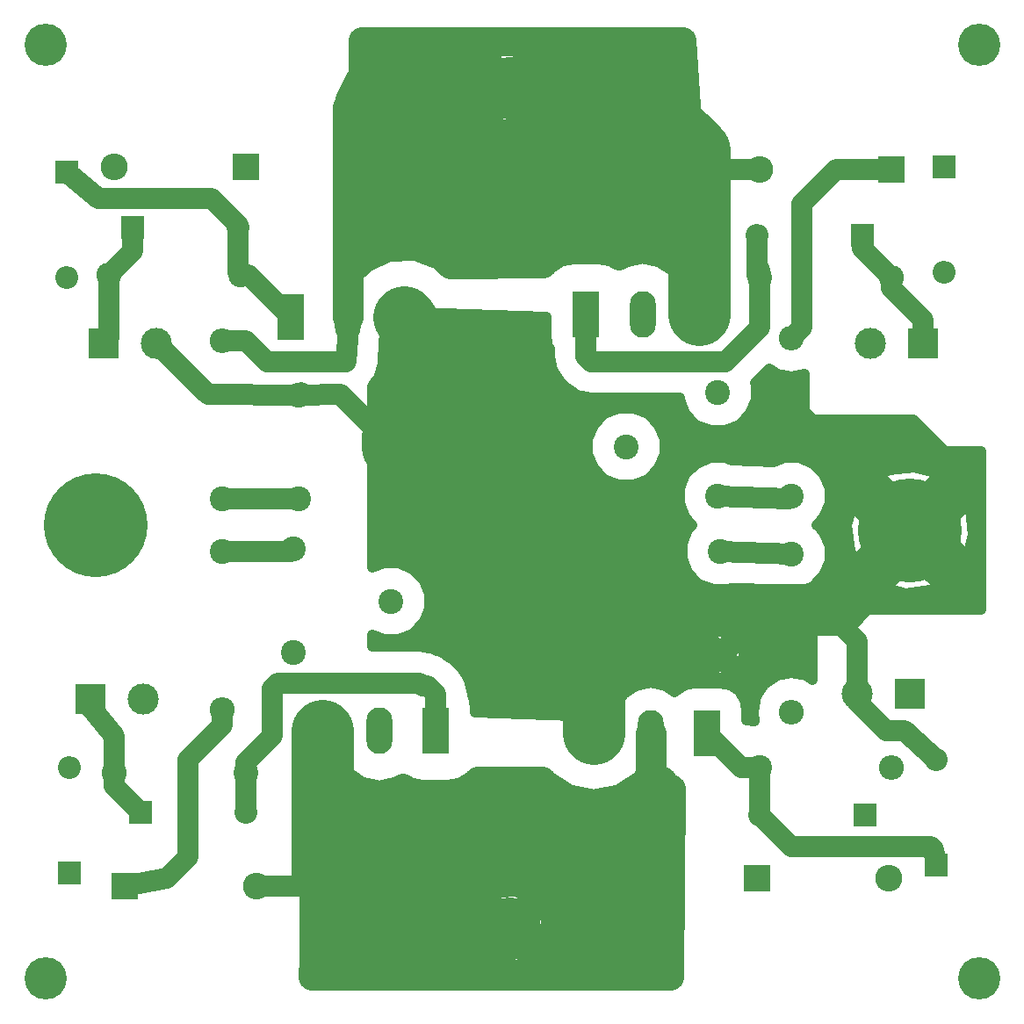
<source format=gbr>
G04 #@! TF.FileFunction,Copper,L1,Top,Signal*
%FSLAX46Y46*%
G04 Gerber Fmt 4.6, Leading zero omitted, Abs format (unit mm)*
G04 Created by KiCad (PCBNEW 4.0.7) date 07/12/19 11:42:16*
%MOMM*%
%LPD*%
G01*
G04 APERTURE LIST*
%ADD10C,0.100000*%
%ADD11R,2.500000X4.500000*%
%ADD12O,2.500000X4.500000*%
%ADD13C,2.400000*%
%ADD14R,3.000000X3.000000*%
%ADD15C,3.000000*%
%ADD16C,5.100000*%
%ADD17C,10.000000*%
%ADD18O,2.400000X2.400000*%
%ADD19C,4.064000*%
%ADD20R,2.200000X2.200000*%
%ADD21O,2.200000X2.200000*%
%ADD22R,2.600000X2.600000*%
%ADD23O,2.600000X2.600000*%
%ADD24C,2.000000*%
%ADD25C,3.000000*%
%ADD26C,6.000000*%
%ADD27C,5.000000*%
%ADD28C,1.000000*%
%ADD29C,4.000000*%
%ADD30C,2.500000*%
G04 APERTURE END LIST*
D10*
D11*
X113792000Y-116332000D03*
D12*
X108342000Y-116332000D03*
X102892000Y-116332000D03*
D13*
X114808000Y-93472000D03*
X114808000Y-83472000D03*
X105988000Y-88718000D03*
X83488000Y-88718000D03*
X74422000Y-93726000D03*
X74422000Y-83726000D03*
X83312000Y-103632000D03*
X105812000Y-103632000D03*
X73914000Y-98552000D03*
X73914000Y-108552000D03*
X115062000Y-98806000D03*
X115062000Y-108806000D03*
D14*
X134620000Y-78740000D03*
D15*
X129540000Y-78740000D03*
D14*
X55626000Y-78740000D03*
D15*
X60706000Y-78740000D03*
D16*
X94742000Y-54102000D03*
D14*
X54356000Y-113030000D03*
D15*
X59436000Y-113030000D03*
D14*
X133350000Y-112522000D03*
D15*
X128270000Y-112522000D03*
D16*
X94742000Y-135191500D03*
D17*
X133350000Y-96774000D03*
X54864000Y-96266000D03*
D11*
X102108000Y-75946000D03*
D12*
X107558000Y-75946000D03*
X113008000Y-75946000D03*
D11*
X73660000Y-76200000D03*
D12*
X79110000Y-76200000D03*
X84560000Y-76200000D03*
D11*
X87630000Y-116078000D03*
D12*
X82180000Y-116078000D03*
X76730000Y-116078000D03*
D13*
X121920000Y-93472000D03*
D18*
X121920000Y-78232000D03*
D13*
X67056000Y-93726000D03*
D18*
X67056000Y-78486000D03*
D13*
X67056000Y-98806000D03*
D18*
X67056000Y-114046000D03*
D13*
X121920000Y-99060000D03*
D18*
X121920000Y-114300000D03*
D19*
X50000000Y-50000000D03*
X140000000Y-50000000D03*
X50000000Y-140000000D03*
X140000000Y-140000000D03*
D20*
X52070000Y-62230000D03*
D21*
X52070000Y-72390000D03*
D20*
X135890000Y-129032000D03*
D21*
X135890000Y-118872000D03*
D20*
X52324000Y-129794000D03*
D21*
X52324000Y-119634000D03*
D20*
X136652000Y-61722000D03*
D21*
X136652000Y-71882000D03*
D20*
X128778000Y-68326000D03*
D21*
X118618000Y-68326000D03*
D20*
X58420000Y-67564000D03*
D21*
X68580000Y-67564000D03*
D20*
X129032000Y-124206000D03*
D21*
X118872000Y-124206000D03*
D13*
X118872000Y-72390000D03*
D18*
X131572000Y-72390000D03*
D13*
X68834000Y-72136000D03*
D18*
X56134000Y-72136000D03*
D13*
X118872000Y-119634000D03*
D18*
X131572000Y-119634000D03*
D20*
X59182000Y-123952000D03*
D21*
X69342000Y-123952000D03*
D13*
X69342000Y-120142000D03*
D18*
X56642000Y-120142000D03*
D22*
X131572000Y-61976000D03*
D23*
X118872000Y-61976000D03*
D22*
X69342000Y-61722000D03*
D23*
X56642000Y-61722000D03*
D22*
X57658000Y-131064000D03*
D23*
X70358000Y-131064000D03*
D22*
X118618000Y-130302000D03*
D23*
X131318000Y-130302000D03*
D24*
X114808000Y-93472000D02*
X121674000Y-93718000D01*
X121674000Y-93718000D02*
X121920000Y-93472000D01*
X118872000Y-61976000D02*
X114300000Y-61976000D01*
X114300000Y-61976000D02*
X113008000Y-63268000D01*
D25*
X79110000Y-76200000D02*
X79110000Y-56018000D01*
X79110000Y-56018000D02*
X81280000Y-53848000D01*
X81280000Y-53848000D02*
X93980000Y-54864000D01*
X93980000Y-54864000D02*
X94742000Y-54102000D01*
D26*
X113008000Y-67796000D02*
X113008000Y-63268000D01*
X113008000Y-63268000D02*
X113008000Y-60474000D01*
X113008000Y-60474000D02*
X113008000Y-60176000D01*
X113008000Y-75946000D02*
X113008000Y-67796000D01*
X113008000Y-60176000D02*
X105918000Y-53086000D01*
X105918000Y-53086000D02*
X94742000Y-54102000D01*
D24*
X67056000Y-78486000D02*
X69342000Y-78486000D01*
X69342000Y-78486000D02*
X71374000Y-80518000D01*
X71374000Y-80518000D02*
X78994000Y-80518000D01*
X78994000Y-80518000D02*
X79110000Y-78370000D01*
X79110000Y-78370000D02*
X79110000Y-76200000D01*
X57658000Y-131064000D02*
X61722000Y-130302000D01*
X67056000Y-115570000D02*
X67056000Y-114046000D01*
X63754000Y-118872000D02*
X67056000Y-115570000D01*
X63754000Y-128270000D02*
X63754000Y-118872000D01*
X61722000Y-130302000D02*
X63754000Y-128270000D01*
X131572000Y-61976000D02*
X126238000Y-61976000D01*
X122936000Y-77216000D02*
X121920000Y-78232000D01*
X122936000Y-65278000D02*
X122936000Y-77216000D01*
X126238000Y-61976000D02*
X122936000Y-65278000D01*
X122682000Y-77470000D02*
X121920000Y-78232000D01*
D27*
X133540500Y-96774000D02*
X137795000Y-101028500D01*
X133350000Y-96774000D02*
X133540500Y-96774000D01*
X133540500Y-96774000D02*
X137604500Y-92710000D01*
X132905500Y-96774000D02*
X129286000Y-93154500D01*
X133350000Y-96774000D02*
X132905500Y-96774000D01*
D24*
X74422000Y-83726000D02*
X65684000Y-83718000D01*
X65684000Y-83718000D02*
X60706000Y-78740000D01*
X128270000Y-112522000D02*
X128270000Y-113284000D01*
X128270000Y-113284000D02*
X131064000Y-116078000D01*
X132842000Y-116078000D02*
X135890000Y-118872000D01*
X131064000Y-116078000D02*
X132842000Y-116078000D01*
X128270000Y-112522000D02*
X128270000Y-107442000D01*
X128270000Y-107442000D02*
X125222000Y-104394000D01*
D26*
X102892000Y-116332000D02*
X102892000Y-106404000D01*
X102892000Y-106404000D02*
X105664000Y-103632000D01*
X105664000Y-103632000D02*
X105812000Y-103632000D01*
D28*
X115062000Y-108806000D02*
X104808000Y-109060000D01*
X104808000Y-109060000D02*
X101368000Y-112500000D01*
X101368000Y-112500000D02*
X102892000Y-116332000D01*
D24*
X74422000Y-83726000D02*
X78488000Y-83718000D01*
X78488000Y-83718000D02*
X83488000Y-88718000D01*
D26*
X83488000Y-88718000D02*
X83488000Y-87708000D01*
X83488000Y-87708000D02*
X88878000Y-82318000D01*
X88878000Y-82318000D02*
X84560000Y-76200000D01*
X105664000Y-103632000D02*
X105812000Y-103632000D01*
X105812000Y-103632000D02*
X101600000Y-103632000D01*
X86686000Y-88718000D02*
X83488000Y-88718000D01*
X101600000Y-103632000D02*
X86686000Y-88718000D01*
D27*
X105812000Y-103632000D02*
X108458000Y-103632000D01*
X108458000Y-103632000D02*
X109220000Y-104394000D01*
X109220000Y-104394000D02*
X125222000Y-104394000D01*
X125222000Y-104394000D02*
X126492000Y-104394000D01*
X126492000Y-104394000D02*
X133350000Y-96774000D01*
D29*
X105410000Y-103632000D02*
X105812000Y-103632000D01*
D24*
X74642000Y-83506000D02*
X74422000Y-83726000D01*
D28*
X74422000Y-83066000D02*
X74422000Y-83726000D01*
D24*
X115316000Y-109060000D02*
X115062000Y-108806000D01*
X74422000Y-93726000D02*
X67064000Y-93718000D01*
X67064000Y-93718000D02*
X67056000Y-93726000D01*
X67064000Y-93718000D02*
X67056000Y-93726000D01*
X67056000Y-98806000D02*
X73660000Y-98806000D01*
X73660000Y-98806000D02*
X73914000Y-98552000D01*
X70358000Y-131064000D02*
X75692000Y-131064000D01*
X75692000Y-131064000D02*
X76730000Y-130026000D01*
D25*
X94996000Y-135445500D02*
X94742000Y-135191500D01*
X102362000Y-137668000D02*
X94996000Y-135445500D01*
X108342000Y-131688000D02*
X102362000Y-137668000D01*
X108342000Y-116332000D02*
X108342000Y-131688000D01*
D26*
X84118000Y-137414000D02*
X94742000Y-135191500D01*
X76730000Y-130026000D02*
X84118000Y-137414000D01*
X76730000Y-116078000D02*
X76730000Y-130026000D01*
D28*
X121920000Y-114300000D02*
X121920000Y-114554000D01*
D24*
X121920000Y-99060000D02*
X115062000Y-98806000D01*
X128778000Y-68326000D02*
X128778000Y-69596000D01*
X128778000Y-69596000D02*
X131572000Y-72390000D01*
X131572000Y-72390000D02*
X131572000Y-73406000D01*
X131572000Y-73406000D02*
X134620000Y-76454000D01*
X134620000Y-76454000D02*
X134620000Y-78740000D01*
X118618000Y-68326000D02*
X118618000Y-72136000D01*
X118618000Y-72136000D02*
X118872000Y-72390000D01*
X118872000Y-72390000D02*
X118872000Y-71628000D01*
X118872000Y-72390000D02*
X118872000Y-77216000D01*
X102108000Y-80010000D02*
X102108000Y-75946000D01*
X102616000Y-80518000D02*
X102108000Y-80010000D01*
X115570000Y-80518000D02*
X102616000Y-80518000D01*
X118872000Y-77216000D02*
X115570000Y-80518000D01*
D28*
X101600000Y-76454000D02*
X102108000Y-75946000D01*
X102362000Y-75692000D02*
X102108000Y-75946000D01*
D24*
X56134000Y-72136000D02*
X56134000Y-78232000D01*
X56134000Y-78232000D02*
X55626000Y-78740000D01*
X58420000Y-67564000D02*
X58420000Y-69850000D01*
X58420000Y-69850000D02*
X56134000Y-72136000D01*
X68580000Y-67564000D02*
X68580000Y-67310000D01*
X68580000Y-67310000D02*
X66040000Y-64770000D01*
X55118000Y-64770000D02*
X52070000Y-62230000D01*
X66040000Y-64770000D02*
X55118000Y-64770000D01*
X68580000Y-67564000D02*
X68580000Y-71882000D01*
X68580000Y-71882000D02*
X68834000Y-72136000D01*
X68834000Y-72136000D02*
X69596000Y-72136000D01*
X69596000Y-72136000D02*
X73660000Y-76200000D01*
D28*
X72898000Y-76454000D02*
X73660000Y-76200000D01*
D24*
X56642000Y-120142000D02*
X56642000Y-121412000D01*
X56642000Y-121412000D02*
X59182000Y-123952000D01*
X54356000Y-113030000D02*
X54356000Y-113792000D01*
X54356000Y-113792000D02*
X56642000Y-116586000D01*
X56642000Y-116586000D02*
X56642000Y-120142000D01*
X54356000Y-113030000D02*
X54356000Y-113284000D01*
X69342000Y-120142000D02*
X69342000Y-119126000D01*
X69342000Y-119126000D02*
X71882000Y-116586000D01*
X71882000Y-116586000D02*
X71882000Y-113792000D01*
X69342000Y-120142000D02*
X69342000Y-123952000D01*
X87630000Y-112522000D02*
X87630000Y-116078000D01*
X86868000Y-111760000D02*
X87630000Y-112522000D01*
X86360000Y-111760000D02*
X86868000Y-111760000D01*
X86106000Y-111506000D02*
X86360000Y-111760000D01*
X72390000Y-111506000D02*
X86106000Y-111506000D01*
X71882000Y-112014000D02*
X72390000Y-111506000D01*
X71882000Y-113792000D02*
X71882000Y-112014000D01*
D28*
X87376000Y-115824000D02*
X87630000Y-116078000D01*
X87376000Y-115824000D02*
X87630000Y-116078000D01*
X87122000Y-115570000D02*
X87630000Y-116078000D01*
D24*
X135890000Y-129032000D02*
X135636000Y-127508000D01*
X121920000Y-127254000D02*
X118872000Y-124206000D01*
X135382000Y-127254000D02*
X121920000Y-127254000D01*
X135636000Y-127508000D02*
X135382000Y-127254000D01*
X118872000Y-119634000D02*
X117094000Y-119634000D01*
X117094000Y-119634000D02*
X113792000Y-116332000D01*
X118872000Y-124206000D02*
X118872000Y-119634000D01*
D28*
X113792000Y-115316000D02*
X113792000Y-116332000D01*
G36*
X98309023Y-76198598D02*
X98309023Y-78196000D01*
X98483345Y-79122444D01*
X98608000Y-79316163D01*
X98608000Y-80010000D01*
X98874422Y-81349392D01*
X99633126Y-82484874D01*
X100141124Y-82992871D01*
X100141126Y-82992874D01*
X100915061Y-83510000D01*
X101276608Y-83751578D01*
X102616000Y-84018000D01*
X111107522Y-84018000D01*
X111107359Y-84204747D01*
X111669464Y-85565143D01*
X112709382Y-86606878D01*
X114068796Y-87171356D01*
X115540747Y-87172641D01*
X116901143Y-86610536D01*
X117942878Y-85570618D01*
X118507356Y-84211204D01*
X118508641Y-82739253D01*
X118447198Y-82590550D01*
X119791219Y-81246529D01*
X120504071Y-81722841D01*
X121920000Y-82004487D01*
X123198000Y-81750277D01*
X123198000Y-85090000D01*
X123237393Y-85284528D01*
X123344447Y-85443553D01*
X123852447Y-85951553D01*
X124017854Y-86061250D01*
X124206000Y-86098000D01*
X133650894Y-86098000D01*
X136552447Y-88999553D01*
X136717854Y-89109250D01*
X136906000Y-89146000D01*
X140216000Y-89146000D01*
X140216000Y-104402000D01*
X124460000Y-104402000D01*
X124265472Y-104441393D01*
X124101596Y-104553365D01*
X123994195Y-104720271D01*
X123960000Y-104902000D01*
X123960000Y-111226150D01*
X123335929Y-110809159D01*
X121920000Y-110527513D01*
X120504071Y-110809159D01*
X119303705Y-111611218D01*
X118501646Y-112811584D01*
X118220000Y-114227513D01*
X118220000Y-114372487D01*
X118373827Y-115145829D01*
X117590977Y-115122938D01*
X117590977Y-114082000D01*
X117416655Y-113155556D01*
X116869127Y-112304673D01*
X116033695Y-111733846D01*
X115042000Y-111533023D01*
X112542000Y-111533023D01*
X111615556Y-111707345D01*
X110764673Y-112254873D01*
X110680506Y-112378056D01*
X109777063Y-111774394D01*
X108342000Y-111488942D01*
X106906937Y-111774394D01*
X105690350Y-112587292D01*
X104877452Y-113803879D01*
X104809777Y-114144102D01*
X104219219Y-113505240D01*
X103848733Y-113286706D01*
X103517000Y-113425849D01*
X103517000Y-114711419D01*
X102267000Y-114674869D01*
X102267000Y-113425849D01*
X101935267Y-113286706D01*
X101564781Y-113505240D01*
X100966739Y-114152198D01*
X100789850Y-114631677D01*
X91428977Y-114357968D01*
X91428977Y-113828000D01*
X91254655Y-112901556D01*
X91130000Y-112707837D01*
X91130000Y-112522005D01*
X91130001Y-112522000D01*
X90863578Y-111182608D01*
X90460119Y-110578787D01*
X114137741Y-110578787D01*
X114272017Y-110914100D01*
X115138886Y-111055944D01*
X115851983Y-110914100D01*
X115986259Y-110578787D01*
X115062000Y-109654528D01*
X114137741Y-110578787D01*
X90460119Y-110578787D01*
X90104874Y-110047126D01*
X89342874Y-109285126D01*
X88740879Y-108882886D01*
X112812056Y-108882886D01*
X112953900Y-109595983D01*
X113289213Y-109730259D01*
X114213472Y-108806000D01*
X115910528Y-108806000D01*
X116834787Y-109730259D01*
X117170100Y-109595983D01*
X117311944Y-108729114D01*
X117170100Y-108016017D01*
X116834787Y-107881741D01*
X115910528Y-108806000D01*
X114213472Y-108806000D01*
X113289213Y-107881741D01*
X112953900Y-108016017D01*
X112812056Y-108882886D01*
X88740879Y-108882886D01*
X88207392Y-108526422D01*
X87663666Y-108418268D01*
X87445392Y-108272422D01*
X86106000Y-108006000D01*
X81526000Y-108006000D01*
X81526000Y-106896688D01*
X82572796Y-107331356D01*
X84044747Y-107332641D01*
X84769417Y-107033213D01*
X114137741Y-107033213D01*
X115062000Y-107957472D01*
X115986259Y-107033213D01*
X115851983Y-106697900D01*
X114985114Y-106556056D01*
X114272017Y-106697900D01*
X114137741Y-107033213D01*
X84769417Y-107033213D01*
X85405143Y-106770536D01*
X86446878Y-105730618D01*
X86582174Y-105404787D01*
X104887741Y-105404787D01*
X105022017Y-105740100D01*
X105888886Y-105881944D01*
X106601983Y-105740100D01*
X106736259Y-105404787D01*
X105812000Y-104480528D01*
X104887741Y-105404787D01*
X86582174Y-105404787D01*
X87011356Y-104371204D01*
X87011934Y-103708886D01*
X103562056Y-103708886D01*
X103703900Y-104421983D01*
X104039213Y-104556259D01*
X104963472Y-103632000D01*
X106660528Y-103632000D01*
X107584787Y-104556259D01*
X107920100Y-104421983D01*
X108061944Y-103555114D01*
X107920100Y-102842017D01*
X107584787Y-102707741D01*
X106660528Y-103632000D01*
X104963472Y-103632000D01*
X104039213Y-102707741D01*
X103703900Y-102842017D01*
X103562056Y-103708886D01*
X87011934Y-103708886D01*
X87012641Y-102899253D01*
X86582905Y-101859213D01*
X104887741Y-101859213D01*
X105812000Y-102783472D01*
X106736259Y-101859213D01*
X106601983Y-101523900D01*
X105735114Y-101382056D01*
X105022017Y-101523900D01*
X104887741Y-101859213D01*
X86582905Y-101859213D01*
X86450536Y-101538857D01*
X85410618Y-100497122D01*
X84051204Y-99932644D01*
X82579253Y-99931359D01*
X81526000Y-100366555D01*
X81526000Y-94204747D01*
X111107359Y-94204747D01*
X111669464Y-95565143D01*
X112369187Y-96266088D01*
X111927122Y-96707382D01*
X111362644Y-98066796D01*
X111361359Y-99538747D01*
X111923464Y-100899143D01*
X112963382Y-101940878D01*
X114322796Y-102505356D01*
X115794747Y-102506641D01*
X116174781Y-102349614D01*
X120587632Y-102513053D01*
X121180796Y-102759356D01*
X122652747Y-102760641D01*
X124013143Y-102198536D01*
X124638962Y-101573808D01*
X129964406Y-101573808D01*
X130606719Y-102251104D01*
X132911536Y-102883992D01*
X135283105Y-102586690D01*
X136093281Y-102251104D01*
X136735594Y-101573808D01*
X133350000Y-98188214D01*
X129964406Y-101573808D01*
X124638962Y-101573808D01*
X125054878Y-101158618D01*
X125619356Y-99799204D01*
X125620641Y-98327253D01*
X125058536Y-96966857D01*
X124428317Y-96335536D01*
X127240008Y-96335536D01*
X127537310Y-98707105D01*
X127872896Y-99517281D01*
X128550192Y-100159594D01*
X131935786Y-96774000D01*
X134764214Y-96774000D01*
X138149808Y-100159594D01*
X138827104Y-99517281D01*
X139459992Y-97212464D01*
X139162690Y-94840895D01*
X138827104Y-94030719D01*
X138149808Y-93388406D01*
X134764214Y-96774000D01*
X131935786Y-96774000D01*
X128550192Y-93388406D01*
X127872896Y-94030719D01*
X127240008Y-96335536D01*
X124428317Y-96335536D01*
X124358592Y-96265690D01*
X125054878Y-95570618D01*
X125619356Y-94211204D01*
X125620641Y-92739253D01*
X125304524Y-91974192D01*
X129964406Y-91974192D01*
X133350000Y-95359786D01*
X136735594Y-91974192D01*
X136093281Y-91296896D01*
X133788464Y-90664008D01*
X131416895Y-90961310D01*
X130606719Y-91296896D01*
X129964406Y-91974192D01*
X125304524Y-91974192D01*
X125058536Y-91378857D01*
X124018618Y-90337122D01*
X122659204Y-89772644D01*
X121187253Y-89771359D01*
X120236394Y-90164246D01*
X116136530Y-90017353D01*
X115547204Y-89772644D01*
X114075253Y-89771359D01*
X112714857Y-90333464D01*
X111673122Y-91373382D01*
X111108644Y-92732796D01*
X111107359Y-94204747D01*
X81526000Y-94204747D01*
X81526000Y-90490787D01*
X82563741Y-90490787D01*
X82698017Y-90826100D01*
X83564886Y-90967944D01*
X84277983Y-90826100D01*
X84412259Y-90490787D01*
X83488000Y-89566528D01*
X82563741Y-90490787D01*
X81526000Y-90490787D01*
X81526000Y-89566489D01*
X81715213Y-89642259D01*
X82639472Y-88718000D01*
X84336528Y-88718000D01*
X85260787Y-89642259D01*
X85596100Y-89507983D01*
X85605465Y-89450747D01*
X102287359Y-89450747D01*
X102849464Y-90811143D01*
X103889382Y-91852878D01*
X105248796Y-92417356D01*
X106720747Y-92418641D01*
X108081143Y-91856536D01*
X109122878Y-90816618D01*
X109687356Y-89457204D01*
X109688641Y-87985253D01*
X109126536Y-86624857D01*
X108086618Y-85583122D01*
X106727204Y-85018644D01*
X105255253Y-85017359D01*
X103894857Y-85579464D01*
X102853122Y-86619382D01*
X102288644Y-87978796D01*
X102287359Y-89450747D01*
X85605465Y-89450747D01*
X85737944Y-88641114D01*
X85596100Y-87928017D01*
X85260787Y-87793741D01*
X84336528Y-88718000D01*
X82639472Y-88718000D01*
X81715213Y-87793741D01*
X81526000Y-87869511D01*
X81526000Y-86945213D01*
X82563741Y-86945213D01*
X83488000Y-87869472D01*
X84412259Y-86945213D01*
X84277983Y-86609900D01*
X83411114Y-86468056D01*
X82698017Y-86609900D01*
X82563741Y-86945213D01*
X81526000Y-86945213D01*
X81526000Y-82907379D01*
X81796770Y-82502142D01*
X82150646Y-82029814D01*
X82174368Y-81937026D01*
X82227578Y-81857392D01*
X82342720Y-81278534D01*
X82488907Y-80706738D01*
X82603665Y-78581741D01*
X82642223Y-78387898D01*
X83232781Y-79026760D01*
X83603267Y-79245294D01*
X83935000Y-79106151D01*
X83935000Y-77200000D01*
X85185000Y-77200000D01*
X85185000Y-79106151D01*
X85516733Y-79245294D01*
X85887219Y-79026760D01*
X86485261Y-78379802D01*
X86790200Y-77553229D01*
X86566000Y-77200000D01*
X85185000Y-77200000D01*
X83935000Y-77200000D01*
X83540000Y-77200000D01*
X83540000Y-75759044D01*
X98309023Y-76198598D01*
X98309023Y-76198598D01*
G37*
X98309023Y-76198598D02*
X98309023Y-78196000D01*
X98483345Y-79122444D01*
X98608000Y-79316163D01*
X98608000Y-80010000D01*
X98874422Y-81349392D01*
X99633126Y-82484874D01*
X100141124Y-82992871D01*
X100141126Y-82992874D01*
X100915061Y-83510000D01*
X101276608Y-83751578D01*
X102616000Y-84018000D01*
X111107522Y-84018000D01*
X111107359Y-84204747D01*
X111669464Y-85565143D01*
X112709382Y-86606878D01*
X114068796Y-87171356D01*
X115540747Y-87172641D01*
X116901143Y-86610536D01*
X117942878Y-85570618D01*
X118507356Y-84211204D01*
X118508641Y-82739253D01*
X118447198Y-82590550D01*
X119791219Y-81246529D01*
X120504071Y-81722841D01*
X121920000Y-82004487D01*
X123198000Y-81750277D01*
X123198000Y-85090000D01*
X123237393Y-85284528D01*
X123344447Y-85443553D01*
X123852447Y-85951553D01*
X124017854Y-86061250D01*
X124206000Y-86098000D01*
X133650894Y-86098000D01*
X136552447Y-88999553D01*
X136717854Y-89109250D01*
X136906000Y-89146000D01*
X140216000Y-89146000D01*
X140216000Y-104402000D01*
X124460000Y-104402000D01*
X124265472Y-104441393D01*
X124101596Y-104553365D01*
X123994195Y-104720271D01*
X123960000Y-104902000D01*
X123960000Y-111226150D01*
X123335929Y-110809159D01*
X121920000Y-110527513D01*
X120504071Y-110809159D01*
X119303705Y-111611218D01*
X118501646Y-112811584D01*
X118220000Y-114227513D01*
X118220000Y-114372487D01*
X118373827Y-115145829D01*
X117590977Y-115122938D01*
X117590977Y-114082000D01*
X117416655Y-113155556D01*
X116869127Y-112304673D01*
X116033695Y-111733846D01*
X115042000Y-111533023D01*
X112542000Y-111533023D01*
X111615556Y-111707345D01*
X110764673Y-112254873D01*
X110680506Y-112378056D01*
X109777063Y-111774394D01*
X108342000Y-111488942D01*
X106906937Y-111774394D01*
X105690350Y-112587292D01*
X104877452Y-113803879D01*
X104809777Y-114144102D01*
X104219219Y-113505240D01*
X103848733Y-113286706D01*
X103517000Y-113425849D01*
X103517000Y-114711419D01*
X102267000Y-114674869D01*
X102267000Y-113425849D01*
X101935267Y-113286706D01*
X101564781Y-113505240D01*
X100966739Y-114152198D01*
X100789850Y-114631677D01*
X91428977Y-114357968D01*
X91428977Y-113828000D01*
X91254655Y-112901556D01*
X91130000Y-112707837D01*
X91130000Y-112522005D01*
X91130001Y-112522000D01*
X90863578Y-111182608D01*
X90460119Y-110578787D01*
X114137741Y-110578787D01*
X114272017Y-110914100D01*
X115138886Y-111055944D01*
X115851983Y-110914100D01*
X115986259Y-110578787D01*
X115062000Y-109654528D01*
X114137741Y-110578787D01*
X90460119Y-110578787D01*
X90104874Y-110047126D01*
X89342874Y-109285126D01*
X88740879Y-108882886D01*
X112812056Y-108882886D01*
X112953900Y-109595983D01*
X113289213Y-109730259D01*
X114213472Y-108806000D01*
X115910528Y-108806000D01*
X116834787Y-109730259D01*
X117170100Y-109595983D01*
X117311944Y-108729114D01*
X117170100Y-108016017D01*
X116834787Y-107881741D01*
X115910528Y-108806000D01*
X114213472Y-108806000D01*
X113289213Y-107881741D01*
X112953900Y-108016017D01*
X112812056Y-108882886D01*
X88740879Y-108882886D01*
X88207392Y-108526422D01*
X87663666Y-108418268D01*
X87445392Y-108272422D01*
X86106000Y-108006000D01*
X81526000Y-108006000D01*
X81526000Y-106896688D01*
X82572796Y-107331356D01*
X84044747Y-107332641D01*
X84769417Y-107033213D01*
X114137741Y-107033213D01*
X115062000Y-107957472D01*
X115986259Y-107033213D01*
X115851983Y-106697900D01*
X114985114Y-106556056D01*
X114272017Y-106697900D01*
X114137741Y-107033213D01*
X84769417Y-107033213D01*
X85405143Y-106770536D01*
X86446878Y-105730618D01*
X86582174Y-105404787D01*
X104887741Y-105404787D01*
X105022017Y-105740100D01*
X105888886Y-105881944D01*
X106601983Y-105740100D01*
X106736259Y-105404787D01*
X105812000Y-104480528D01*
X104887741Y-105404787D01*
X86582174Y-105404787D01*
X87011356Y-104371204D01*
X87011934Y-103708886D01*
X103562056Y-103708886D01*
X103703900Y-104421983D01*
X104039213Y-104556259D01*
X104963472Y-103632000D01*
X106660528Y-103632000D01*
X107584787Y-104556259D01*
X107920100Y-104421983D01*
X108061944Y-103555114D01*
X107920100Y-102842017D01*
X107584787Y-102707741D01*
X106660528Y-103632000D01*
X104963472Y-103632000D01*
X104039213Y-102707741D01*
X103703900Y-102842017D01*
X103562056Y-103708886D01*
X87011934Y-103708886D01*
X87012641Y-102899253D01*
X86582905Y-101859213D01*
X104887741Y-101859213D01*
X105812000Y-102783472D01*
X106736259Y-101859213D01*
X106601983Y-101523900D01*
X105735114Y-101382056D01*
X105022017Y-101523900D01*
X104887741Y-101859213D01*
X86582905Y-101859213D01*
X86450536Y-101538857D01*
X85410618Y-100497122D01*
X84051204Y-99932644D01*
X82579253Y-99931359D01*
X81526000Y-100366555D01*
X81526000Y-94204747D01*
X111107359Y-94204747D01*
X111669464Y-95565143D01*
X112369187Y-96266088D01*
X111927122Y-96707382D01*
X111362644Y-98066796D01*
X111361359Y-99538747D01*
X111923464Y-100899143D01*
X112963382Y-101940878D01*
X114322796Y-102505356D01*
X115794747Y-102506641D01*
X116174781Y-102349614D01*
X120587632Y-102513053D01*
X121180796Y-102759356D01*
X122652747Y-102760641D01*
X124013143Y-102198536D01*
X124638962Y-101573808D01*
X129964406Y-101573808D01*
X130606719Y-102251104D01*
X132911536Y-102883992D01*
X135283105Y-102586690D01*
X136093281Y-102251104D01*
X136735594Y-101573808D01*
X133350000Y-98188214D01*
X129964406Y-101573808D01*
X124638962Y-101573808D01*
X125054878Y-101158618D01*
X125619356Y-99799204D01*
X125620641Y-98327253D01*
X125058536Y-96966857D01*
X124428317Y-96335536D01*
X127240008Y-96335536D01*
X127537310Y-98707105D01*
X127872896Y-99517281D01*
X128550192Y-100159594D01*
X131935786Y-96774000D01*
X134764214Y-96774000D01*
X138149808Y-100159594D01*
X138827104Y-99517281D01*
X139459992Y-97212464D01*
X139162690Y-94840895D01*
X138827104Y-94030719D01*
X138149808Y-93388406D01*
X134764214Y-96774000D01*
X131935786Y-96774000D01*
X128550192Y-93388406D01*
X127872896Y-94030719D01*
X127240008Y-96335536D01*
X124428317Y-96335536D01*
X124358592Y-96265690D01*
X125054878Y-95570618D01*
X125619356Y-94211204D01*
X125620641Y-92739253D01*
X125304524Y-91974192D01*
X129964406Y-91974192D01*
X133350000Y-95359786D01*
X136735594Y-91974192D01*
X136093281Y-91296896D01*
X133788464Y-90664008D01*
X131416895Y-90961310D01*
X130606719Y-91296896D01*
X129964406Y-91974192D01*
X125304524Y-91974192D01*
X125058536Y-91378857D01*
X124018618Y-90337122D01*
X122659204Y-89772644D01*
X121187253Y-89771359D01*
X120236394Y-90164246D01*
X116136530Y-90017353D01*
X115547204Y-89772644D01*
X114075253Y-89771359D01*
X112714857Y-90333464D01*
X111673122Y-91373382D01*
X111108644Y-92732796D01*
X111107359Y-94204747D01*
X81526000Y-94204747D01*
X81526000Y-90490787D01*
X82563741Y-90490787D01*
X82698017Y-90826100D01*
X83564886Y-90967944D01*
X84277983Y-90826100D01*
X84412259Y-90490787D01*
X83488000Y-89566528D01*
X82563741Y-90490787D01*
X81526000Y-90490787D01*
X81526000Y-89566489D01*
X81715213Y-89642259D01*
X82639472Y-88718000D01*
X84336528Y-88718000D01*
X85260787Y-89642259D01*
X85596100Y-89507983D01*
X85605465Y-89450747D01*
X102287359Y-89450747D01*
X102849464Y-90811143D01*
X103889382Y-91852878D01*
X105248796Y-92417356D01*
X106720747Y-92418641D01*
X108081143Y-91856536D01*
X109122878Y-90816618D01*
X109687356Y-89457204D01*
X109688641Y-87985253D01*
X109126536Y-86624857D01*
X108086618Y-85583122D01*
X106727204Y-85018644D01*
X105255253Y-85017359D01*
X103894857Y-85579464D01*
X102853122Y-86619382D01*
X102288644Y-87978796D01*
X102287359Y-89450747D01*
X85605465Y-89450747D01*
X85737944Y-88641114D01*
X85596100Y-87928017D01*
X85260787Y-87793741D01*
X84336528Y-88718000D01*
X82639472Y-88718000D01*
X81715213Y-87793741D01*
X81526000Y-87869511D01*
X81526000Y-86945213D01*
X82563741Y-86945213D01*
X83488000Y-87869472D01*
X84412259Y-86945213D01*
X84277983Y-86609900D01*
X83411114Y-86468056D01*
X82698017Y-86609900D01*
X82563741Y-86945213D01*
X81526000Y-86945213D01*
X81526000Y-82907379D01*
X81796770Y-82502142D01*
X82150646Y-82029814D01*
X82174368Y-81937026D01*
X82227578Y-81857392D01*
X82342720Y-81278534D01*
X82488907Y-80706738D01*
X82603665Y-78581741D01*
X82642223Y-78387898D01*
X83232781Y-79026760D01*
X83603267Y-79245294D01*
X83935000Y-79106151D01*
X83935000Y-77200000D01*
X85185000Y-77200000D01*
X85185000Y-79106151D01*
X85516733Y-79245294D01*
X85887219Y-79026760D01*
X86485261Y-78379802D01*
X86790200Y-77553229D01*
X86566000Y-77200000D01*
X85185000Y-77200000D01*
X83935000Y-77200000D01*
X83540000Y-77200000D01*
X83540000Y-75759044D01*
X98309023Y-76198598D01*
D30*
G36*
X80266583Y-121814945D02*
X82180000Y-122195547D01*
X84093417Y-121814945D01*
X84471289Y-121562459D01*
X84892458Y-121850231D01*
X86380000Y-122151466D01*
X88880000Y-122151466D01*
X90269667Y-121889982D01*
X91545991Y-121068690D01*
X91672184Y-120884000D01*
X97971381Y-120884000D01*
X98119029Y-121104971D01*
X100308887Y-122568187D01*
X102892000Y-123082000D01*
X105475113Y-122568187D01*
X107664971Y-121104971D01*
X107812619Y-120884000D01*
X109567088Y-120884000D01*
X109801310Y-121247991D01*
X110487531Y-121716866D01*
X110291594Y-139939000D01*
X75707739Y-139939000D01*
X75726891Y-138157802D01*
X92129251Y-138157802D01*
X92366652Y-138886211D01*
X93961370Y-139513974D01*
X95674931Y-139483680D01*
X97117348Y-138886211D01*
X97354749Y-138157802D01*
X94742000Y-135545053D01*
X92129251Y-138157802D01*
X75726891Y-138157802D01*
X75767181Y-134410870D01*
X90419526Y-134410870D01*
X90449820Y-136124431D01*
X91047289Y-137566848D01*
X91775698Y-137804249D01*
X94388447Y-135191500D01*
X95095553Y-135191500D01*
X97708302Y-137804249D01*
X98436711Y-137566848D01*
X99064474Y-135972130D01*
X99034180Y-134258569D01*
X98436711Y-132816152D01*
X97708302Y-132578751D01*
X95095553Y-135191500D01*
X94388447Y-135191500D01*
X91775698Y-132578751D01*
X91047289Y-132816152D01*
X90419526Y-134410870D01*
X75767181Y-134410870D01*
X75790682Y-132225198D01*
X92129251Y-132225198D01*
X94742000Y-134837947D01*
X97354749Y-132225198D01*
X97117348Y-131496789D01*
X95522630Y-130869026D01*
X93809069Y-130899320D01*
X92366652Y-131496789D01*
X92129251Y-132225198D01*
X75790682Y-132225198D01*
X75912632Y-120884000D01*
X78873325Y-120884000D01*
X80266583Y-121814945D01*
X80266583Y-121814945D01*
G37*
X80266583Y-121814945D02*
X82180000Y-122195547D01*
X84093417Y-121814945D01*
X84471289Y-121562459D01*
X84892458Y-121850231D01*
X86380000Y-122151466D01*
X88880000Y-122151466D01*
X90269667Y-121889982D01*
X91545991Y-121068690D01*
X91672184Y-120884000D01*
X97971381Y-120884000D01*
X98119029Y-121104971D01*
X100308887Y-122568187D01*
X102892000Y-123082000D01*
X105475113Y-122568187D01*
X107664971Y-121104971D01*
X107812619Y-120884000D01*
X109567088Y-120884000D01*
X109801310Y-121247991D01*
X110487531Y-121716866D01*
X110291594Y-139939000D01*
X75707739Y-139939000D01*
X75726891Y-138157802D01*
X92129251Y-138157802D01*
X92366652Y-138886211D01*
X93961370Y-139513974D01*
X95674931Y-139483680D01*
X97117348Y-138886211D01*
X97354749Y-138157802D01*
X94742000Y-135545053D01*
X92129251Y-138157802D01*
X75726891Y-138157802D01*
X75767181Y-134410870D01*
X90419526Y-134410870D01*
X90449820Y-136124431D01*
X91047289Y-137566848D01*
X91775698Y-137804249D01*
X94388447Y-135191500D01*
X95095553Y-135191500D01*
X97708302Y-137804249D01*
X98436711Y-137566848D01*
X99064474Y-135972130D01*
X99034180Y-134258569D01*
X98436711Y-132816152D01*
X97708302Y-132578751D01*
X95095553Y-135191500D01*
X94388447Y-135191500D01*
X91775698Y-132578751D01*
X91047289Y-132816152D01*
X90419526Y-134410870D01*
X75767181Y-134410870D01*
X75790682Y-132225198D01*
X92129251Y-132225198D01*
X94742000Y-134837947D01*
X97354749Y-132225198D01*
X97117348Y-131496789D01*
X95522630Y-130869026D01*
X93809069Y-130899320D01*
X92366652Y-131496789D01*
X92129251Y-132225198D01*
X75790682Y-132225198D01*
X75912632Y-120884000D01*
X78873325Y-120884000D01*
X80266583Y-121814945D01*
G36*
X112962799Y-71149321D02*
X110900211Y-71163745D01*
X109471417Y-70209055D01*
X107558000Y-69828453D01*
X105644583Y-70209055D01*
X105266711Y-70461541D01*
X104845542Y-70173769D01*
X103358000Y-69872534D01*
X100858000Y-69872534D01*
X99468333Y-70134018D01*
X98192009Y-70955310D01*
X97987895Y-71254041D01*
X89031729Y-71316671D01*
X88165493Y-70493607D01*
X85707299Y-69548218D01*
X83074439Y-69615502D01*
X80667742Y-70685217D01*
X80007798Y-71379776D01*
X79228000Y-71385229D01*
X79228000Y-57068302D01*
X92129251Y-57068302D01*
X92366652Y-57796711D01*
X93961370Y-58424474D01*
X95674931Y-58394180D01*
X97117348Y-57796711D01*
X97354749Y-57068302D01*
X94742000Y-54455553D01*
X92129251Y-57068302D01*
X79228000Y-57068302D01*
X79228000Y-55187909D01*
X80264965Y-53321370D01*
X90419526Y-53321370D01*
X90449820Y-55034931D01*
X91047289Y-56477348D01*
X91775698Y-56714749D01*
X94388447Y-54102000D01*
X95095553Y-54102000D01*
X97708302Y-56714749D01*
X98436711Y-56477348D01*
X99064474Y-54882630D01*
X99034180Y-53169069D01*
X98436711Y-51726652D01*
X97708302Y-51489251D01*
X95095553Y-54102000D01*
X94388447Y-54102000D01*
X91775698Y-51489251D01*
X91047289Y-51726652D01*
X90419526Y-53321370D01*
X80264965Y-53321370D01*
X80340697Y-53185054D01*
X80498000Y-52578000D01*
X80498000Y-51135698D01*
X92129251Y-51135698D01*
X94742000Y-53748447D01*
X97354749Y-51135698D01*
X97117348Y-50407289D01*
X95522630Y-49779526D01*
X93809069Y-49809820D01*
X92366652Y-50407289D01*
X92129251Y-51135698D01*
X80498000Y-51135698D01*
X80498000Y-49545000D01*
X111494544Y-49545000D01*
X112962799Y-71149321D01*
X112962799Y-71149321D01*
G37*
X112962799Y-71149321D02*
X110900211Y-71163745D01*
X109471417Y-70209055D01*
X107558000Y-69828453D01*
X105644583Y-70209055D01*
X105266711Y-70461541D01*
X104845542Y-70173769D01*
X103358000Y-69872534D01*
X100858000Y-69872534D01*
X99468333Y-70134018D01*
X98192009Y-70955310D01*
X97987895Y-71254041D01*
X89031729Y-71316671D01*
X88165493Y-70493607D01*
X85707299Y-69548218D01*
X83074439Y-69615502D01*
X80667742Y-70685217D01*
X80007798Y-71379776D01*
X79228000Y-71385229D01*
X79228000Y-57068302D01*
X92129251Y-57068302D01*
X92366652Y-57796711D01*
X93961370Y-58424474D01*
X95674931Y-58394180D01*
X97117348Y-57796711D01*
X97354749Y-57068302D01*
X94742000Y-54455553D01*
X92129251Y-57068302D01*
X79228000Y-57068302D01*
X79228000Y-55187909D01*
X80264965Y-53321370D01*
X90419526Y-53321370D01*
X90449820Y-55034931D01*
X91047289Y-56477348D01*
X91775698Y-56714749D01*
X94388447Y-54102000D01*
X95095553Y-54102000D01*
X97708302Y-56714749D01*
X98436711Y-56477348D01*
X99064474Y-54882630D01*
X99034180Y-53169069D01*
X98436711Y-51726652D01*
X97708302Y-51489251D01*
X95095553Y-54102000D01*
X94388447Y-54102000D01*
X91775698Y-51489251D01*
X91047289Y-51726652D01*
X90419526Y-53321370D01*
X80264965Y-53321370D01*
X80340697Y-53185054D01*
X80498000Y-52578000D01*
X80498000Y-51135698D01*
X92129251Y-51135698D01*
X94742000Y-53748447D01*
X97354749Y-51135698D01*
X97117348Y-50407289D01*
X95522630Y-49779526D01*
X93809069Y-49809820D01*
X92366652Y-50407289D01*
X92129251Y-51135698D01*
X80498000Y-51135698D01*
X80498000Y-49545000D01*
X111494544Y-49545000D01*
X112962799Y-71149321D01*
M02*

</source>
